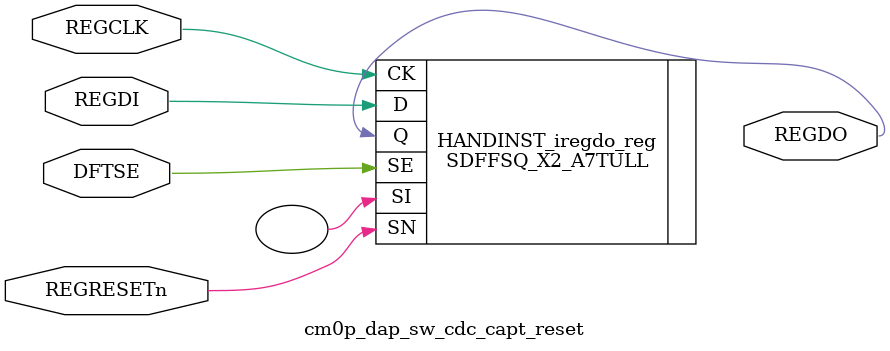
<source format=v>

module cm0p_dap_sw_cdc_capt_reset
          (input  wire REGCLK,     // Register Clock
           input  wire REGRESETn,  // Reset
           input  wire REGDI,      // Data Input
           input  wire DFTSE,      // Scan Enable for DFT
           output wire REGDO);     // Data Output

  // --------------------------------------------------------------------------
  // This module is instantiated where a CDC signal is sampled. The register
  // output may become metastable when the input signal was not stable at
  // a clock edge but must resolve this condition at the next clock edge
  // when the input is stable.
  //
  // The reset state of this register must be 1 for correct operation.
  //
  // The implementation of this module must ensure that this requirement is
  // met.
  // --------------------------------------------------------------------------

  // --------------------------------------------------------------------------
  // In this example, the above behaviour is ensured by using a "set" capture
  // register (SDFFS). The synthesis tool should be configured so that
  // these gates arent resynthesised into alternative gates, though resizing
  // is allowed.
  // --------------------------------------------------------------------------

  //----------------------------------------------------------------------------
  // Beginning of main code
  //----------------------------------------------------------------------------

      SDFFSQ_X2_A7TULL HANDINST_iregdo_reg
        (.CK  (REGCLK),
         .SN  (REGRESETn),
         .D   (REGDI),
         .SI  (),
         .SE  (DFTSE),
         .Q   (REGDO));

endmodule

</source>
